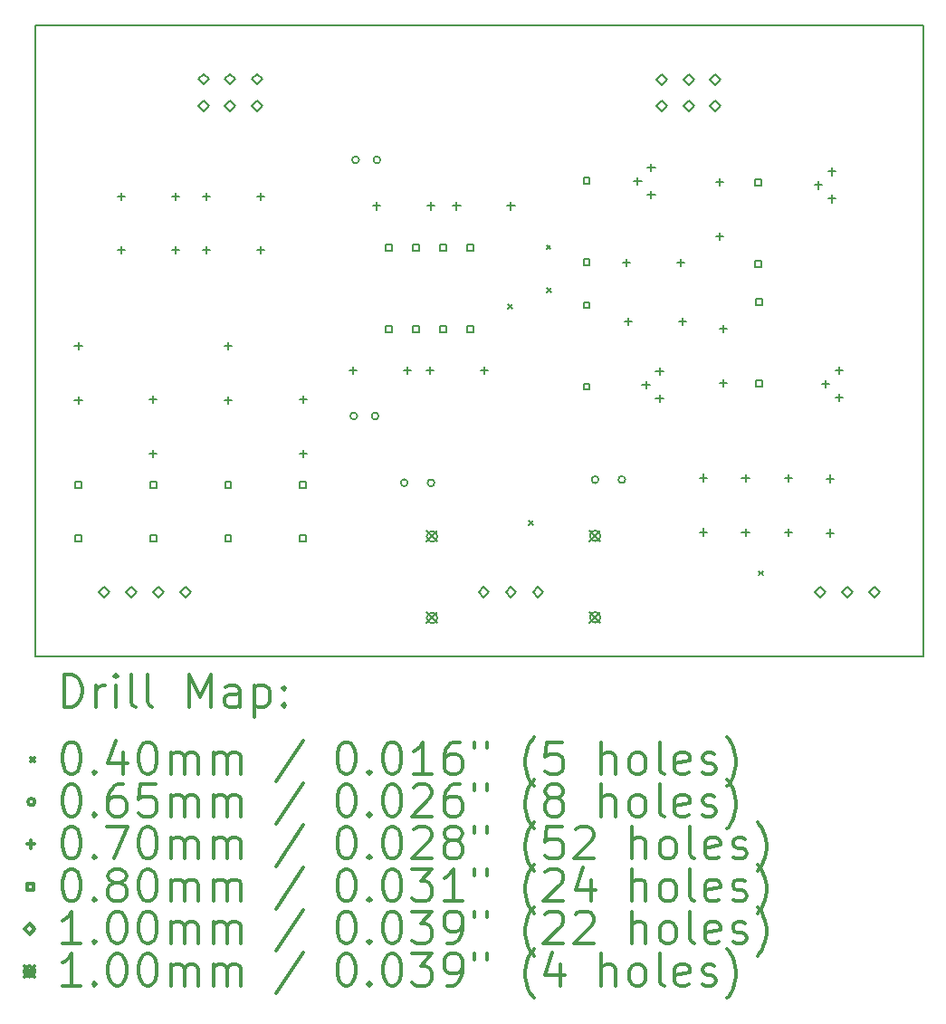
<source format=gbr>
%FSLAX45Y45*%
G04 Gerber Fmt 4.5, Leading zero omitted, Abs format (unit mm)*
G04 Created by KiCad (PCBNEW 4.0.7) date Sunday 08 October 2017 21:17:22*
%MOMM*%
%LPD*%
G01*
G04 APERTURE LIST*
%ADD10C,0.127000*%
%ADD11C,0.150000*%
%ADD12C,0.200000*%
%ADD13C,0.300000*%
G04 APERTURE END LIST*
D10*
D11*
X9600000Y-10400000D02*
X9600000Y-4500000D01*
X9600000Y-4500000D02*
X17900000Y-4500000D01*
X17900000Y-10400000D02*
X9600000Y-10400000D01*
X17900000Y-4500000D02*
X17900000Y-10400000D01*
D12*
X14015000Y-7112500D02*
X14055000Y-7152500D01*
X14055000Y-7112500D02*
X14015000Y-7152500D01*
X14212500Y-9132500D02*
X14252500Y-9172500D01*
X14252500Y-9132500D02*
X14212500Y-9172500D01*
X14377500Y-6555000D02*
X14417500Y-6595000D01*
X14417500Y-6555000D02*
X14377500Y-6595000D01*
X14382500Y-6957500D02*
X14422500Y-6997500D01*
X14422500Y-6957500D02*
X14382500Y-6997500D01*
X16360000Y-9605000D02*
X16400000Y-9645000D01*
X16400000Y-9605000D02*
X16360000Y-9645000D01*
X12607500Y-8155000D02*
G75*
G03X12607500Y-8155000I-32500J0D01*
G01*
X12625000Y-5760000D02*
G75*
G03X12625000Y-5760000I-32500J0D01*
G01*
X12807500Y-8155000D02*
G75*
G03X12807500Y-8155000I-32500J0D01*
G01*
X12825000Y-5760000D02*
G75*
G03X12825000Y-5760000I-32500J0D01*
G01*
X13080000Y-8780000D02*
G75*
G03X13080000Y-8780000I-32500J0D01*
G01*
X13330000Y-8780000D02*
G75*
G03X13330000Y-8780000I-32500J0D01*
G01*
X14865000Y-8750000D02*
G75*
G03X14865000Y-8750000I-32500J0D01*
G01*
X15115000Y-8750000D02*
G75*
G03X15115000Y-8750000I-32500J0D01*
G01*
X10000000Y-7465000D02*
X10000000Y-7535000D01*
X9965000Y-7500000D02*
X10035000Y-7500000D01*
X10000000Y-7973000D02*
X10000000Y-8043000D01*
X9965000Y-8008000D02*
X10035000Y-8008000D01*
X10400000Y-6065000D02*
X10400000Y-6135000D01*
X10365000Y-6100000D02*
X10435000Y-6100000D01*
X10400000Y-6565000D02*
X10400000Y-6635000D01*
X10365000Y-6600000D02*
X10435000Y-6600000D01*
X10700000Y-7965000D02*
X10700000Y-8035000D01*
X10665000Y-8000000D02*
X10735000Y-8000000D01*
X10700000Y-8473000D02*
X10700000Y-8543000D01*
X10665000Y-8508000D02*
X10735000Y-8508000D01*
X10908000Y-6065000D02*
X10908000Y-6135000D01*
X10873000Y-6100000D02*
X10943000Y-6100000D01*
X10908000Y-6565000D02*
X10908000Y-6635000D01*
X10873000Y-6600000D02*
X10943000Y-6600000D01*
X11200000Y-6065000D02*
X11200000Y-6135000D01*
X11165000Y-6100000D02*
X11235000Y-6100000D01*
X11200000Y-6565000D02*
X11200000Y-6635000D01*
X11165000Y-6600000D02*
X11235000Y-6600000D01*
X11400000Y-7465000D02*
X11400000Y-7535000D01*
X11365000Y-7500000D02*
X11435000Y-7500000D01*
X11400000Y-7973000D02*
X11400000Y-8043000D01*
X11365000Y-8008000D02*
X11435000Y-8008000D01*
X11708000Y-6065000D02*
X11708000Y-6135000D01*
X11673000Y-6100000D02*
X11743000Y-6100000D01*
X11708000Y-6565000D02*
X11708000Y-6635000D01*
X11673000Y-6600000D02*
X11743000Y-6600000D01*
X12100000Y-7965000D02*
X12100000Y-8035000D01*
X12065000Y-8000000D02*
X12135000Y-8000000D01*
X12100000Y-8473000D02*
X12100000Y-8543000D01*
X12065000Y-8508000D02*
X12135000Y-8508000D01*
X12567500Y-7692500D02*
X12567500Y-7762500D01*
X12532500Y-7727500D02*
X12602500Y-7727500D01*
X12790000Y-6155000D02*
X12790000Y-6225000D01*
X12755000Y-6190000D02*
X12825000Y-6190000D01*
X13075500Y-7692500D02*
X13075500Y-7762500D01*
X13040500Y-7727500D02*
X13110500Y-7727500D01*
X13287500Y-7690000D02*
X13287500Y-7760000D01*
X13252500Y-7725000D02*
X13322500Y-7725000D01*
X13298000Y-6155000D02*
X13298000Y-6225000D01*
X13263000Y-6190000D02*
X13333000Y-6190000D01*
X13537500Y-6155000D02*
X13537500Y-6225000D01*
X13502500Y-6190000D02*
X13572500Y-6190000D01*
X13795500Y-7690000D02*
X13795500Y-7760000D01*
X13760500Y-7725000D02*
X13830500Y-7725000D01*
X14045500Y-6155000D02*
X14045500Y-6225000D01*
X14010500Y-6190000D02*
X14080500Y-6190000D01*
X15122500Y-6682500D02*
X15122500Y-6752500D01*
X15087500Y-6717500D02*
X15157500Y-6717500D01*
X15144500Y-7232500D02*
X15144500Y-7302500D01*
X15109500Y-7267500D02*
X15179500Y-7267500D01*
X15230500Y-5925500D02*
X15230500Y-5995500D01*
X15195500Y-5960500D02*
X15265500Y-5960500D01*
X15308000Y-7829500D02*
X15308000Y-7899500D01*
X15273000Y-7864500D02*
X15343000Y-7864500D01*
X15357500Y-5798500D02*
X15357500Y-5868500D01*
X15322500Y-5833500D02*
X15392500Y-5833500D01*
X15357500Y-6052500D02*
X15357500Y-6122500D01*
X15322500Y-6087500D02*
X15392500Y-6087500D01*
X15435000Y-7702500D02*
X15435000Y-7772500D01*
X15400000Y-7737500D02*
X15470000Y-7737500D01*
X15435000Y-7956500D02*
X15435000Y-8026500D01*
X15400000Y-7991500D02*
X15470000Y-7991500D01*
X15630500Y-6682500D02*
X15630500Y-6752500D01*
X15595500Y-6717500D02*
X15665500Y-6717500D01*
X15652500Y-7232500D02*
X15652500Y-7302500D01*
X15617500Y-7267500D02*
X15687500Y-7267500D01*
X15845000Y-8697000D02*
X15845000Y-8767000D01*
X15810000Y-8732000D02*
X15880000Y-8732000D01*
X15845000Y-9205000D02*
X15845000Y-9275000D01*
X15810000Y-9240000D02*
X15880000Y-9240000D01*
X15997500Y-5930000D02*
X15997500Y-6000000D01*
X15962500Y-5965000D02*
X16032500Y-5965000D01*
X15997500Y-6438000D02*
X15997500Y-6508000D01*
X15962500Y-6473000D02*
X16032500Y-6473000D01*
X16032500Y-7302000D02*
X16032500Y-7372000D01*
X15997500Y-7337000D02*
X16067500Y-7337000D01*
X16032500Y-7810000D02*
X16032500Y-7880000D01*
X15997500Y-7845000D02*
X16067500Y-7845000D01*
X16240000Y-8697500D02*
X16240000Y-8767500D01*
X16205000Y-8732500D02*
X16275000Y-8732500D01*
X16240000Y-9205500D02*
X16240000Y-9275500D01*
X16205000Y-9240500D02*
X16275000Y-9240500D01*
X16640000Y-8700000D02*
X16640000Y-8770000D01*
X16605000Y-8735000D02*
X16675000Y-8735000D01*
X16640000Y-9208000D02*
X16640000Y-9278000D01*
X16605000Y-9243000D02*
X16675000Y-9243000D01*
X16923000Y-5960500D02*
X16923000Y-6030500D01*
X16888000Y-5995500D02*
X16958000Y-5995500D01*
X16990500Y-7818000D02*
X16990500Y-7888000D01*
X16955500Y-7853000D02*
X17025500Y-7853000D01*
X17032500Y-8704500D02*
X17032500Y-8774500D01*
X16997500Y-8739500D02*
X17067500Y-8739500D01*
X17032500Y-9212500D02*
X17032500Y-9282500D01*
X16997500Y-9247500D02*
X17067500Y-9247500D01*
X17050000Y-5833500D02*
X17050000Y-5903500D01*
X17015000Y-5868500D02*
X17085000Y-5868500D01*
X17050000Y-6087500D02*
X17050000Y-6157500D01*
X17015000Y-6122500D02*
X17085000Y-6122500D01*
X17117500Y-7691000D02*
X17117500Y-7761000D01*
X17082500Y-7726000D02*
X17152500Y-7726000D01*
X17117500Y-7945000D02*
X17117500Y-8015000D01*
X17082500Y-7980000D02*
X17152500Y-7980000D01*
X10028285Y-8828285D02*
X10028285Y-8771716D01*
X9971716Y-8771716D01*
X9971716Y-8828285D01*
X10028285Y-8828285D01*
X10028285Y-9328285D02*
X10028285Y-9271716D01*
X9971716Y-9271716D01*
X9971716Y-9328285D01*
X10028285Y-9328285D01*
X10728285Y-8828285D02*
X10728285Y-8771716D01*
X10671716Y-8771716D01*
X10671716Y-8828285D01*
X10728285Y-8828285D01*
X10728285Y-9328285D02*
X10728285Y-9271716D01*
X10671716Y-9271716D01*
X10671716Y-9328285D01*
X10728285Y-9328285D01*
X11428284Y-8828285D02*
X11428284Y-8771716D01*
X11371715Y-8771716D01*
X11371715Y-8828285D01*
X11428284Y-8828285D01*
X11428284Y-9328285D02*
X11428284Y-9271716D01*
X11371715Y-9271716D01*
X11371715Y-9328285D01*
X11428284Y-9328285D01*
X12128284Y-8828285D02*
X12128284Y-8771716D01*
X12071715Y-8771716D01*
X12071715Y-8828285D01*
X12128284Y-8828285D01*
X12128284Y-9328285D02*
X12128284Y-9271716D01*
X12071715Y-9271716D01*
X12071715Y-9328285D01*
X12128284Y-9328285D01*
X12928784Y-6611284D02*
X12928784Y-6554715D01*
X12872215Y-6554715D01*
X12872215Y-6611284D01*
X12928784Y-6611284D01*
X12928784Y-7373284D02*
X12928784Y-7316715D01*
X12872215Y-7316715D01*
X12872215Y-7373284D01*
X12928784Y-7373284D01*
X13182784Y-6611284D02*
X13182784Y-6554715D01*
X13126215Y-6554715D01*
X13126215Y-6611284D01*
X13182784Y-6611284D01*
X13182784Y-7373284D02*
X13182784Y-7316715D01*
X13126215Y-7316715D01*
X13126215Y-7373284D01*
X13182784Y-7373284D01*
X13436784Y-6611284D02*
X13436784Y-6554715D01*
X13380215Y-6554715D01*
X13380215Y-6611284D01*
X13436784Y-6611284D01*
X13436784Y-7373284D02*
X13436784Y-7316715D01*
X13380215Y-7316715D01*
X13380215Y-7373284D01*
X13436784Y-7373284D01*
X13690784Y-6611284D02*
X13690784Y-6554715D01*
X13634215Y-6554715D01*
X13634215Y-6611284D01*
X13690784Y-6611284D01*
X13690784Y-7373284D02*
X13690784Y-7316715D01*
X13634215Y-7316715D01*
X13634215Y-7373284D01*
X13690784Y-7373284D01*
X14780784Y-5983784D02*
X14780784Y-5927215D01*
X14724215Y-5927215D01*
X14724215Y-5983784D01*
X14780784Y-5983784D01*
X14780784Y-6745784D02*
X14780784Y-6689215D01*
X14724215Y-6689215D01*
X14724215Y-6745784D01*
X14780784Y-6745784D01*
X14780784Y-7146284D02*
X14780784Y-7089715D01*
X14724215Y-7089715D01*
X14724215Y-7146284D01*
X14780784Y-7146284D01*
X14780784Y-7908284D02*
X14780784Y-7851715D01*
X14724215Y-7851715D01*
X14724215Y-7908284D01*
X14780784Y-7908284D01*
X16388284Y-5998284D02*
X16388284Y-5941715D01*
X16331715Y-5941715D01*
X16331715Y-5998284D01*
X16388284Y-5998284D01*
X16388284Y-6760284D02*
X16388284Y-6703715D01*
X16331715Y-6703715D01*
X16331715Y-6760284D01*
X16388284Y-6760284D01*
X16395784Y-7115784D02*
X16395784Y-7059215D01*
X16339215Y-7059215D01*
X16339215Y-7115784D01*
X16395784Y-7115784D01*
X16395784Y-7877784D02*
X16395784Y-7821215D01*
X16339215Y-7821215D01*
X16339215Y-7877784D01*
X16395784Y-7877784D01*
X10238000Y-9850000D02*
X10288000Y-9800000D01*
X10238000Y-9750000D01*
X10188000Y-9800000D01*
X10238000Y-9850000D01*
X10492000Y-9850000D02*
X10542000Y-9800000D01*
X10492000Y-9750000D01*
X10442000Y-9800000D01*
X10492000Y-9850000D01*
X10746000Y-9850000D02*
X10796000Y-9800000D01*
X10746000Y-9750000D01*
X10696000Y-9800000D01*
X10746000Y-9850000D01*
X11000000Y-9850000D02*
X11050000Y-9800000D01*
X11000000Y-9750000D01*
X10950000Y-9800000D01*
X11000000Y-9850000D01*
X11170000Y-5055000D02*
X11220000Y-5005000D01*
X11170000Y-4955000D01*
X11120000Y-5005000D01*
X11170000Y-5055000D01*
X11170000Y-5305000D02*
X11220000Y-5255000D01*
X11170000Y-5205000D01*
X11120000Y-5255000D01*
X11170000Y-5305000D01*
X11420000Y-5055000D02*
X11470000Y-5005000D01*
X11420000Y-4955000D01*
X11370000Y-5005000D01*
X11420000Y-5055000D01*
X11420000Y-5305000D02*
X11470000Y-5255000D01*
X11420000Y-5205000D01*
X11370000Y-5255000D01*
X11420000Y-5305000D01*
X11670000Y-5055000D02*
X11720000Y-5005000D01*
X11670000Y-4955000D01*
X11620000Y-5005000D01*
X11670000Y-5055000D01*
X11670000Y-5305000D02*
X11720000Y-5255000D01*
X11670000Y-5205000D01*
X11620000Y-5255000D01*
X11670000Y-5305000D01*
X13792000Y-9850000D02*
X13842000Y-9800000D01*
X13792000Y-9750000D01*
X13742000Y-9800000D01*
X13792000Y-9850000D01*
X14046000Y-9850000D02*
X14096000Y-9800000D01*
X14046000Y-9750000D01*
X13996000Y-9800000D01*
X14046000Y-9850000D01*
X14300000Y-9850000D02*
X14350000Y-9800000D01*
X14300000Y-9750000D01*
X14250000Y-9800000D01*
X14300000Y-9850000D01*
X15457500Y-5057500D02*
X15507500Y-5007500D01*
X15457500Y-4957500D01*
X15407500Y-5007500D01*
X15457500Y-5057500D01*
X15457500Y-5307500D02*
X15507500Y-5257500D01*
X15457500Y-5207500D01*
X15407500Y-5257500D01*
X15457500Y-5307500D01*
X15707500Y-5057500D02*
X15757500Y-5007500D01*
X15707500Y-4957500D01*
X15657500Y-5007500D01*
X15707500Y-5057500D01*
X15707500Y-5307500D02*
X15757500Y-5257500D01*
X15707500Y-5207500D01*
X15657500Y-5257500D01*
X15707500Y-5307500D01*
X15957500Y-5057500D02*
X16007500Y-5007500D01*
X15957500Y-4957500D01*
X15907500Y-5007500D01*
X15957500Y-5057500D01*
X15957500Y-5307500D02*
X16007500Y-5257500D01*
X15957500Y-5207500D01*
X15907500Y-5257500D01*
X15957500Y-5307500D01*
X16934500Y-9850000D02*
X16984500Y-9800000D01*
X16934500Y-9750000D01*
X16884500Y-9800000D01*
X16934500Y-9850000D01*
X17188500Y-9850000D02*
X17238500Y-9800000D01*
X17188500Y-9750000D01*
X17138500Y-9800000D01*
X17188500Y-9850000D01*
X17442500Y-9850000D02*
X17492500Y-9800000D01*
X17442500Y-9750000D01*
X17392500Y-9800000D01*
X17442500Y-9850000D01*
X13257462Y-9230462D02*
X13357538Y-9330538D01*
X13357538Y-9230462D02*
X13257462Y-9330538D01*
X13357538Y-9280500D02*
G75*
G03X13357538Y-9280500I-50038J0D01*
G01*
X13257462Y-9992462D02*
X13357538Y-10092538D01*
X13357538Y-9992462D02*
X13257462Y-10092538D01*
X13357538Y-10042500D02*
G75*
G03X13357538Y-10042500I-50038J0D01*
G01*
X14782462Y-9225462D02*
X14882538Y-9325538D01*
X14882538Y-9225462D02*
X14782462Y-9325538D01*
X14882538Y-9275500D02*
G75*
G03X14882538Y-9275500I-50038J0D01*
G01*
X14782462Y-9987462D02*
X14882538Y-10087538D01*
X14882538Y-9987462D02*
X14782462Y-10087538D01*
X14882538Y-10037500D02*
G75*
G03X14882538Y-10037500I-50038J0D01*
G01*
D13*
X9863929Y-10873214D02*
X9863929Y-10573214D01*
X9935357Y-10573214D01*
X9978214Y-10587500D01*
X10006786Y-10616072D01*
X10021071Y-10644643D01*
X10035357Y-10701786D01*
X10035357Y-10744643D01*
X10021071Y-10801786D01*
X10006786Y-10830357D01*
X9978214Y-10858929D01*
X9935357Y-10873214D01*
X9863929Y-10873214D01*
X10163929Y-10873214D02*
X10163929Y-10673214D01*
X10163929Y-10730357D02*
X10178214Y-10701786D01*
X10192500Y-10687500D01*
X10221071Y-10673214D01*
X10249643Y-10673214D01*
X10349643Y-10873214D02*
X10349643Y-10673214D01*
X10349643Y-10573214D02*
X10335357Y-10587500D01*
X10349643Y-10601786D01*
X10363929Y-10587500D01*
X10349643Y-10573214D01*
X10349643Y-10601786D01*
X10535357Y-10873214D02*
X10506786Y-10858929D01*
X10492500Y-10830357D01*
X10492500Y-10573214D01*
X10692500Y-10873214D02*
X10663929Y-10858929D01*
X10649643Y-10830357D01*
X10649643Y-10573214D01*
X11035357Y-10873214D02*
X11035357Y-10573214D01*
X11135357Y-10787500D01*
X11235357Y-10573214D01*
X11235357Y-10873214D01*
X11506786Y-10873214D02*
X11506786Y-10716072D01*
X11492500Y-10687500D01*
X11463928Y-10673214D01*
X11406786Y-10673214D01*
X11378214Y-10687500D01*
X11506786Y-10858929D02*
X11478214Y-10873214D01*
X11406786Y-10873214D01*
X11378214Y-10858929D01*
X11363928Y-10830357D01*
X11363928Y-10801786D01*
X11378214Y-10773214D01*
X11406786Y-10758929D01*
X11478214Y-10758929D01*
X11506786Y-10744643D01*
X11649643Y-10673214D02*
X11649643Y-10973214D01*
X11649643Y-10687500D02*
X11678214Y-10673214D01*
X11735357Y-10673214D01*
X11763928Y-10687500D01*
X11778214Y-10701786D01*
X11792500Y-10730357D01*
X11792500Y-10816072D01*
X11778214Y-10844643D01*
X11763928Y-10858929D01*
X11735357Y-10873214D01*
X11678214Y-10873214D01*
X11649643Y-10858929D01*
X11921071Y-10844643D02*
X11935357Y-10858929D01*
X11921071Y-10873214D01*
X11906786Y-10858929D01*
X11921071Y-10844643D01*
X11921071Y-10873214D01*
X11921071Y-10687500D02*
X11935357Y-10701786D01*
X11921071Y-10716072D01*
X11906786Y-10701786D01*
X11921071Y-10687500D01*
X11921071Y-10716072D01*
X9552500Y-11347500D02*
X9592500Y-11387500D01*
X9592500Y-11347500D02*
X9552500Y-11387500D01*
X9921071Y-11203214D02*
X9949643Y-11203214D01*
X9978214Y-11217500D01*
X9992500Y-11231786D01*
X10006786Y-11260357D01*
X10021071Y-11317500D01*
X10021071Y-11388929D01*
X10006786Y-11446071D01*
X9992500Y-11474643D01*
X9978214Y-11488929D01*
X9949643Y-11503214D01*
X9921071Y-11503214D01*
X9892500Y-11488929D01*
X9878214Y-11474643D01*
X9863929Y-11446071D01*
X9849643Y-11388929D01*
X9849643Y-11317500D01*
X9863929Y-11260357D01*
X9878214Y-11231786D01*
X9892500Y-11217500D01*
X9921071Y-11203214D01*
X10149643Y-11474643D02*
X10163929Y-11488929D01*
X10149643Y-11503214D01*
X10135357Y-11488929D01*
X10149643Y-11474643D01*
X10149643Y-11503214D01*
X10421071Y-11303214D02*
X10421071Y-11503214D01*
X10349643Y-11188929D02*
X10278214Y-11403214D01*
X10463928Y-11403214D01*
X10635357Y-11203214D02*
X10663929Y-11203214D01*
X10692500Y-11217500D01*
X10706786Y-11231786D01*
X10721071Y-11260357D01*
X10735357Y-11317500D01*
X10735357Y-11388929D01*
X10721071Y-11446071D01*
X10706786Y-11474643D01*
X10692500Y-11488929D01*
X10663929Y-11503214D01*
X10635357Y-11503214D01*
X10606786Y-11488929D01*
X10592500Y-11474643D01*
X10578214Y-11446071D01*
X10563929Y-11388929D01*
X10563929Y-11317500D01*
X10578214Y-11260357D01*
X10592500Y-11231786D01*
X10606786Y-11217500D01*
X10635357Y-11203214D01*
X10863929Y-11503214D02*
X10863929Y-11303214D01*
X10863929Y-11331786D02*
X10878214Y-11317500D01*
X10906786Y-11303214D01*
X10949643Y-11303214D01*
X10978214Y-11317500D01*
X10992500Y-11346071D01*
X10992500Y-11503214D01*
X10992500Y-11346071D02*
X11006786Y-11317500D01*
X11035357Y-11303214D01*
X11078214Y-11303214D01*
X11106786Y-11317500D01*
X11121071Y-11346071D01*
X11121071Y-11503214D01*
X11263928Y-11503214D02*
X11263928Y-11303214D01*
X11263928Y-11331786D02*
X11278214Y-11317500D01*
X11306786Y-11303214D01*
X11349643Y-11303214D01*
X11378214Y-11317500D01*
X11392500Y-11346071D01*
X11392500Y-11503214D01*
X11392500Y-11346071D02*
X11406786Y-11317500D01*
X11435357Y-11303214D01*
X11478214Y-11303214D01*
X11506786Y-11317500D01*
X11521071Y-11346071D01*
X11521071Y-11503214D01*
X12106786Y-11188929D02*
X11849643Y-11574643D01*
X12492500Y-11203214D02*
X12521071Y-11203214D01*
X12549643Y-11217500D01*
X12563928Y-11231786D01*
X12578214Y-11260357D01*
X12592500Y-11317500D01*
X12592500Y-11388929D01*
X12578214Y-11446071D01*
X12563928Y-11474643D01*
X12549643Y-11488929D01*
X12521071Y-11503214D01*
X12492500Y-11503214D01*
X12463928Y-11488929D01*
X12449643Y-11474643D01*
X12435357Y-11446071D01*
X12421071Y-11388929D01*
X12421071Y-11317500D01*
X12435357Y-11260357D01*
X12449643Y-11231786D01*
X12463928Y-11217500D01*
X12492500Y-11203214D01*
X12721071Y-11474643D02*
X12735357Y-11488929D01*
X12721071Y-11503214D01*
X12706786Y-11488929D01*
X12721071Y-11474643D01*
X12721071Y-11503214D01*
X12921071Y-11203214D02*
X12949643Y-11203214D01*
X12978214Y-11217500D01*
X12992500Y-11231786D01*
X13006785Y-11260357D01*
X13021071Y-11317500D01*
X13021071Y-11388929D01*
X13006785Y-11446071D01*
X12992500Y-11474643D01*
X12978214Y-11488929D01*
X12949643Y-11503214D01*
X12921071Y-11503214D01*
X12892500Y-11488929D01*
X12878214Y-11474643D01*
X12863928Y-11446071D01*
X12849643Y-11388929D01*
X12849643Y-11317500D01*
X12863928Y-11260357D01*
X12878214Y-11231786D01*
X12892500Y-11217500D01*
X12921071Y-11203214D01*
X13306785Y-11503214D02*
X13135357Y-11503214D01*
X13221071Y-11503214D02*
X13221071Y-11203214D01*
X13192500Y-11246071D01*
X13163928Y-11274643D01*
X13135357Y-11288929D01*
X13563928Y-11203214D02*
X13506785Y-11203214D01*
X13478214Y-11217500D01*
X13463928Y-11231786D01*
X13435357Y-11274643D01*
X13421071Y-11331786D01*
X13421071Y-11446071D01*
X13435357Y-11474643D01*
X13449643Y-11488929D01*
X13478214Y-11503214D01*
X13535357Y-11503214D01*
X13563928Y-11488929D01*
X13578214Y-11474643D01*
X13592500Y-11446071D01*
X13592500Y-11374643D01*
X13578214Y-11346071D01*
X13563928Y-11331786D01*
X13535357Y-11317500D01*
X13478214Y-11317500D01*
X13449643Y-11331786D01*
X13435357Y-11346071D01*
X13421071Y-11374643D01*
X13706786Y-11203214D02*
X13706786Y-11260357D01*
X13821071Y-11203214D02*
X13821071Y-11260357D01*
X14263928Y-11617500D02*
X14249643Y-11603214D01*
X14221071Y-11560357D01*
X14206785Y-11531786D01*
X14192500Y-11488929D01*
X14178214Y-11417500D01*
X14178214Y-11360357D01*
X14192500Y-11288929D01*
X14206785Y-11246071D01*
X14221071Y-11217500D01*
X14249643Y-11174643D01*
X14263928Y-11160357D01*
X14521071Y-11203214D02*
X14378214Y-11203214D01*
X14363928Y-11346071D01*
X14378214Y-11331786D01*
X14406785Y-11317500D01*
X14478214Y-11317500D01*
X14506785Y-11331786D01*
X14521071Y-11346071D01*
X14535357Y-11374643D01*
X14535357Y-11446071D01*
X14521071Y-11474643D01*
X14506785Y-11488929D01*
X14478214Y-11503214D01*
X14406785Y-11503214D01*
X14378214Y-11488929D01*
X14363928Y-11474643D01*
X14892500Y-11503214D02*
X14892500Y-11203214D01*
X15021071Y-11503214D02*
X15021071Y-11346071D01*
X15006785Y-11317500D01*
X14978214Y-11303214D01*
X14935357Y-11303214D01*
X14906785Y-11317500D01*
X14892500Y-11331786D01*
X15206785Y-11503214D02*
X15178214Y-11488929D01*
X15163928Y-11474643D01*
X15149643Y-11446071D01*
X15149643Y-11360357D01*
X15163928Y-11331786D01*
X15178214Y-11317500D01*
X15206785Y-11303214D01*
X15249643Y-11303214D01*
X15278214Y-11317500D01*
X15292500Y-11331786D01*
X15306785Y-11360357D01*
X15306785Y-11446071D01*
X15292500Y-11474643D01*
X15278214Y-11488929D01*
X15249643Y-11503214D01*
X15206785Y-11503214D01*
X15478214Y-11503214D02*
X15449643Y-11488929D01*
X15435357Y-11460357D01*
X15435357Y-11203214D01*
X15706786Y-11488929D02*
X15678214Y-11503214D01*
X15621071Y-11503214D01*
X15592500Y-11488929D01*
X15578214Y-11460357D01*
X15578214Y-11346071D01*
X15592500Y-11317500D01*
X15621071Y-11303214D01*
X15678214Y-11303214D01*
X15706786Y-11317500D01*
X15721071Y-11346071D01*
X15721071Y-11374643D01*
X15578214Y-11403214D01*
X15835357Y-11488929D02*
X15863928Y-11503214D01*
X15921071Y-11503214D01*
X15949643Y-11488929D01*
X15963928Y-11460357D01*
X15963928Y-11446071D01*
X15949643Y-11417500D01*
X15921071Y-11403214D01*
X15878214Y-11403214D01*
X15849643Y-11388929D01*
X15835357Y-11360357D01*
X15835357Y-11346071D01*
X15849643Y-11317500D01*
X15878214Y-11303214D01*
X15921071Y-11303214D01*
X15949643Y-11317500D01*
X16063928Y-11617500D02*
X16078214Y-11603214D01*
X16106786Y-11560357D01*
X16121071Y-11531786D01*
X16135357Y-11488929D01*
X16149643Y-11417500D01*
X16149643Y-11360357D01*
X16135357Y-11288929D01*
X16121071Y-11246071D01*
X16106786Y-11217500D01*
X16078214Y-11174643D01*
X16063928Y-11160357D01*
X9592500Y-11763500D02*
G75*
G03X9592500Y-11763500I-32500J0D01*
G01*
X9921071Y-11599214D02*
X9949643Y-11599214D01*
X9978214Y-11613500D01*
X9992500Y-11627786D01*
X10006786Y-11656357D01*
X10021071Y-11713500D01*
X10021071Y-11784929D01*
X10006786Y-11842071D01*
X9992500Y-11870643D01*
X9978214Y-11884929D01*
X9949643Y-11899214D01*
X9921071Y-11899214D01*
X9892500Y-11884929D01*
X9878214Y-11870643D01*
X9863929Y-11842071D01*
X9849643Y-11784929D01*
X9849643Y-11713500D01*
X9863929Y-11656357D01*
X9878214Y-11627786D01*
X9892500Y-11613500D01*
X9921071Y-11599214D01*
X10149643Y-11870643D02*
X10163929Y-11884929D01*
X10149643Y-11899214D01*
X10135357Y-11884929D01*
X10149643Y-11870643D01*
X10149643Y-11899214D01*
X10421071Y-11599214D02*
X10363928Y-11599214D01*
X10335357Y-11613500D01*
X10321071Y-11627786D01*
X10292500Y-11670643D01*
X10278214Y-11727786D01*
X10278214Y-11842071D01*
X10292500Y-11870643D01*
X10306786Y-11884929D01*
X10335357Y-11899214D01*
X10392500Y-11899214D01*
X10421071Y-11884929D01*
X10435357Y-11870643D01*
X10449643Y-11842071D01*
X10449643Y-11770643D01*
X10435357Y-11742071D01*
X10421071Y-11727786D01*
X10392500Y-11713500D01*
X10335357Y-11713500D01*
X10306786Y-11727786D01*
X10292500Y-11742071D01*
X10278214Y-11770643D01*
X10721071Y-11599214D02*
X10578214Y-11599214D01*
X10563929Y-11742071D01*
X10578214Y-11727786D01*
X10606786Y-11713500D01*
X10678214Y-11713500D01*
X10706786Y-11727786D01*
X10721071Y-11742071D01*
X10735357Y-11770643D01*
X10735357Y-11842071D01*
X10721071Y-11870643D01*
X10706786Y-11884929D01*
X10678214Y-11899214D01*
X10606786Y-11899214D01*
X10578214Y-11884929D01*
X10563929Y-11870643D01*
X10863929Y-11899214D02*
X10863929Y-11699214D01*
X10863929Y-11727786D02*
X10878214Y-11713500D01*
X10906786Y-11699214D01*
X10949643Y-11699214D01*
X10978214Y-11713500D01*
X10992500Y-11742071D01*
X10992500Y-11899214D01*
X10992500Y-11742071D02*
X11006786Y-11713500D01*
X11035357Y-11699214D01*
X11078214Y-11699214D01*
X11106786Y-11713500D01*
X11121071Y-11742071D01*
X11121071Y-11899214D01*
X11263928Y-11899214D02*
X11263928Y-11699214D01*
X11263928Y-11727786D02*
X11278214Y-11713500D01*
X11306786Y-11699214D01*
X11349643Y-11699214D01*
X11378214Y-11713500D01*
X11392500Y-11742071D01*
X11392500Y-11899214D01*
X11392500Y-11742071D02*
X11406786Y-11713500D01*
X11435357Y-11699214D01*
X11478214Y-11699214D01*
X11506786Y-11713500D01*
X11521071Y-11742071D01*
X11521071Y-11899214D01*
X12106786Y-11584929D02*
X11849643Y-11970643D01*
X12492500Y-11599214D02*
X12521071Y-11599214D01*
X12549643Y-11613500D01*
X12563928Y-11627786D01*
X12578214Y-11656357D01*
X12592500Y-11713500D01*
X12592500Y-11784929D01*
X12578214Y-11842071D01*
X12563928Y-11870643D01*
X12549643Y-11884929D01*
X12521071Y-11899214D01*
X12492500Y-11899214D01*
X12463928Y-11884929D01*
X12449643Y-11870643D01*
X12435357Y-11842071D01*
X12421071Y-11784929D01*
X12421071Y-11713500D01*
X12435357Y-11656357D01*
X12449643Y-11627786D01*
X12463928Y-11613500D01*
X12492500Y-11599214D01*
X12721071Y-11870643D02*
X12735357Y-11884929D01*
X12721071Y-11899214D01*
X12706786Y-11884929D01*
X12721071Y-11870643D01*
X12721071Y-11899214D01*
X12921071Y-11599214D02*
X12949643Y-11599214D01*
X12978214Y-11613500D01*
X12992500Y-11627786D01*
X13006785Y-11656357D01*
X13021071Y-11713500D01*
X13021071Y-11784929D01*
X13006785Y-11842071D01*
X12992500Y-11870643D01*
X12978214Y-11884929D01*
X12949643Y-11899214D01*
X12921071Y-11899214D01*
X12892500Y-11884929D01*
X12878214Y-11870643D01*
X12863928Y-11842071D01*
X12849643Y-11784929D01*
X12849643Y-11713500D01*
X12863928Y-11656357D01*
X12878214Y-11627786D01*
X12892500Y-11613500D01*
X12921071Y-11599214D01*
X13135357Y-11627786D02*
X13149643Y-11613500D01*
X13178214Y-11599214D01*
X13249643Y-11599214D01*
X13278214Y-11613500D01*
X13292500Y-11627786D01*
X13306785Y-11656357D01*
X13306785Y-11684929D01*
X13292500Y-11727786D01*
X13121071Y-11899214D01*
X13306785Y-11899214D01*
X13563928Y-11599214D02*
X13506785Y-11599214D01*
X13478214Y-11613500D01*
X13463928Y-11627786D01*
X13435357Y-11670643D01*
X13421071Y-11727786D01*
X13421071Y-11842071D01*
X13435357Y-11870643D01*
X13449643Y-11884929D01*
X13478214Y-11899214D01*
X13535357Y-11899214D01*
X13563928Y-11884929D01*
X13578214Y-11870643D01*
X13592500Y-11842071D01*
X13592500Y-11770643D01*
X13578214Y-11742071D01*
X13563928Y-11727786D01*
X13535357Y-11713500D01*
X13478214Y-11713500D01*
X13449643Y-11727786D01*
X13435357Y-11742071D01*
X13421071Y-11770643D01*
X13706786Y-11599214D02*
X13706786Y-11656357D01*
X13821071Y-11599214D02*
X13821071Y-11656357D01*
X14263928Y-12013500D02*
X14249643Y-11999214D01*
X14221071Y-11956357D01*
X14206785Y-11927786D01*
X14192500Y-11884929D01*
X14178214Y-11813500D01*
X14178214Y-11756357D01*
X14192500Y-11684929D01*
X14206785Y-11642071D01*
X14221071Y-11613500D01*
X14249643Y-11570643D01*
X14263928Y-11556357D01*
X14421071Y-11727786D02*
X14392500Y-11713500D01*
X14378214Y-11699214D01*
X14363928Y-11670643D01*
X14363928Y-11656357D01*
X14378214Y-11627786D01*
X14392500Y-11613500D01*
X14421071Y-11599214D01*
X14478214Y-11599214D01*
X14506785Y-11613500D01*
X14521071Y-11627786D01*
X14535357Y-11656357D01*
X14535357Y-11670643D01*
X14521071Y-11699214D01*
X14506785Y-11713500D01*
X14478214Y-11727786D01*
X14421071Y-11727786D01*
X14392500Y-11742071D01*
X14378214Y-11756357D01*
X14363928Y-11784929D01*
X14363928Y-11842071D01*
X14378214Y-11870643D01*
X14392500Y-11884929D01*
X14421071Y-11899214D01*
X14478214Y-11899214D01*
X14506785Y-11884929D01*
X14521071Y-11870643D01*
X14535357Y-11842071D01*
X14535357Y-11784929D01*
X14521071Y-11756357D01*
X14506785Y-11742071D01*
X14478214Y-11727786D01*
X14892500Y-11899214D02*
X14892500Y-11599214D01*
X15021071Y-11899214D02*
X15021071Y-11742071D01*
X15006785Y-11713500D01*
X14978214Y-11699214D01*
X14935357Y-11699214D01*
X14906785Y-11713500D01*
X14892500Y-11727786D01*
X15206785Y-11899214D02*
X15178214Y-11884929D01*
X15163928Y-11870643D01*
X15149643Y-11842071D01*
X15149643Y-11756357D01*
X15163928Y-11727786D01*
X15178214Y-11713500D01*
X15206785Y-11699214D01*
X15249643Y-11699214D01*
X15278214Y-11713500D01*
X15292500Y-11727786D01*
X15306785Y-11756357D01*
X15306785Y-11842071D01*
X15292500Y-11870643D01*
X15278214Y-11884929D01*
X15249643Y-11899214D01*
X15206785Y-11899214D01*
X15478214Y-11899214D02*
X15449643Y-11884929D01*
X15435357Y-11856357D01*
X15435357Y-11599214D01*
X15706786Y-11884929D02*
X15678214Y-11899214D01*
X15621071Y-11899214D01*
X15592500Y-11884929D01*
X15578214Y-11856357D01*
X15578214Y-11742071D01*
X15592500Y-11713500D01*
X15621071Y-11699214D01*
X15678214Y-11699214D01*
X15706786Y-11713500D01*
X15721071Y-11742071D01*
X15721071Y-11770643D01*
X15578214Y-11799214D01*
X15835357Y-11884929D02*
X15863928Y-11899214D01*
X15921071Y-11899214D01*
X15949643Y-11884929D01*
X15963928Y-11856357D01*
X15963928Y-11842071D01*
X15949643Y-11813500D01*
X15921071Y-11799214D01*
X15878214Y-11799214D01*
X15849643Y-11784929D01*
X15835357Y-11756357D01*
X15835357Y-11742071D01*
X15849643Y-11713500D01*
X15878214Y-11699214D01*
X15921071Y-11699214D01*
X15949643Y-11713500D01*
X16063928Y-12013500D02*
X16078214Y-11999214D01*
X16106786Y-11956357D01*
X16121071Y-11927786D01*
X16135357Y-11884929D01*
X16149643Y-11813500D01*
X16149643Y-11756357D01*
X16135357Y-11684929D01*
X16121071Y-11642071D01*
X16106786Y-11613500D01*
X16078214Y-11570643D01*
X16063928Y-11556357D01*
X9557500Y-12124500D02*
X9557500Y-12194500D01*
X9522500Y-12159500D02*
X9592500Y-12159500D01*
X9921071Y-11995214D02*
X9949643Y-11995214D01*
X9978214Y-12009500D01*
X9992500Y-12023786D01*
X10006786Y-12052357D01*
X10021071Y-12109500D01*
X10021071Y-12180929D01*
X10006786Y-12238071D01*
X9992500Y-12266643D01*
X9978214Y-12280929D01*
X9949643Y-12295214D01*
X9921071Y-12295214D01*
X9892500Y-12280929D01*
X9878214Y-12266643D01*
X9863929Y-12238071D01*
X9849643Y-12180929D01*
X9849643Y-12109500D01*
X9863929Y-12052357D01*
X9878214Y-12023786D01*
X9892500Y-12009500D01*
X9921071Y-11995214D01*
X10149643Y-12266643D02*
X10163929Y-12280929D01*
X10149643Y-12295214D01*
X10135357Y-12280929D01*
X10149643Y-12266643D01*
X10149643Y-12295214D01*
X10263928Y-11995214D02*
X10463928Y-11995214D01*
X10335357Y-12295214D01*
X10635357Y-11995214D02*
X10663929Y-11995214D01*
X10692500Y-12009500D01*
X10706786Y-12023786D01*
X10721071Y-12052357D01*
X10735357Y-12109500D01*
X10735357Y-12180929D01*
X10721071Y-12238071D01*
X10706786Y-12266643D01*
X10692500Y-12280929D01*
X10663929Y-12295214D01*
X10635357Y-12295214D01*
X10606786Y-12280929D01*
X10592500Y-12266643D01*
X10578214Y-12238071D01*
X10563929Y-12180929D01*
X10563929Y-12109500D01*
X10578214Y-12052357D01*
X10592500Y-12023786D01*
X10606786Y-12009500D01*
X10635357Y-11995214D01*
X10863929Y-12295214D02*
X10863929Y-12095214D01*
X10863929Y-12123786D02*
X10878214Y-12109500D01*
X10906786Y-12095214D01*
X10949643Y-12095214D01*
X10978214Y-12109500D01*
X10992500Y-12138071D01*
X10992500Y-12295214D01*
X10992500Y-12138071D02*
X11006786Y-12109500D01*
X11035357Y-12095214D01*
X11078214Y-12095214D01*
X11106786Y-12109500D01*
X11121071Y-12138071D01*
X11121071Y-12295214D01*
X11263928Y-12295214D02*
X11263928Y-12095214D01*
X11263928Y-12123786D02*
X11278214Y-12109500D01*
X11306786Y-12095214D01*
X11349643Y-12095214D01*
X11378214Y-12109500D01*
X11392500Y-12138071D01*
X11392500Y-12295214D01*
X11392500Y-12138071D02*
X11406786Y-12109500D01*
X11435357Y-12095214D01*
X11478214Y-12095214D01*
X11506786Y-12109500D01*
X11521071Y-12138071D01*
X11521071Y-12295214D01*
X12106786Y-11980929D02*
X11849643Y-12366643D01*
X12492500Y-11995214D02*
X12521071Y-11995214D01*
X12549643Y-12009500D01*
X12563928Y-12023786D01*
X12578214Y-12052357D01*
X12592500Y-12109500D01*
X12592500Y-12180929D01*
X12578214Y-12238071D01*
X12563928Y-12266643D01*
X12549643Y-12280929D01*
X12521071Y-12295214D01*
X12492500Y-12295214D01*
X12463928Y-12280929D01*
X12449643Y-12266643D01*
X12435357Y-12238071D01*
X12421071Y-12180929D01*
X12421071Y-12109500D01*
X12435357Y-12052357D01*
X12449643Y-12023786D01*
X12463928Y-12009500D01*
X12492500Y-11995214D01*
X12721071Y-12266643D02*
X12735357Y-12280929D01*
X12721071Y-12295214D01*
X12706786Y-12280929D01*
X12721071Y-12266643D01*
X12721071Y-12295214D01*
X12921071Y-11995214D02*
X12949643Y-11995214D01*
X12978214Y-12009500D01*
X12992500Y-12023786D01*
X13006785Y-12052357D01*
X13021071Y-12109500D01*
X13021071Y-12180929D01*
X13006785Y-12238071D01*
X12992500Y-12266643D01*
X12978214Y-12280929D01*
X12949643Y-12295214D01*
X12921071Y-12295214D01*
X12892500Y-12280929D01*
X12878214Y-12266643D01*
X12863928Y-12238071D01*
X12849643Y-12180929D01*
X12849643Y-12109500D01*
X12863928Y-12052357D01*
X12878214Y-12023786D01*
X12892500Y-12009500D01*
X12921071Y-11995214D01*
X13135357Y-12023786D02*
X13149643Y-12009500D01*
X13178214Y-11995214D01*
X13249643Y-11995214D01*
X13278214Y-12009500D01*
X13292500Y-12023786D01*
X13306785Y-12052357D01*
X13306785Y-12080929D01*
X13292500Y-12123786D01*
X13121071Y-12295214D01*
X13306785Y-12295214D01*
X13478214Y-12123786D02*
X13449643Y-12109500D01*
X13435357Y-12095214D01*
X13421071Y-12066643D01*
X13421071Y-12052357D01*
X13435357Y-12023786D01*
X13449643Y-12009500D01*
X13478214Y-11995214D01*
X13535357Y-11995214D01*
X13563928Y-12009500D01*
X13578214Y-12023786D01*
X13592500Y-12052357D01*
X13592500Y-12066643D01*
X13578214Y-12095214D01*
X13563928Y-12109500D01*
X13535357Y-12123786D01*
X13478214Y-12123786D01*
X13449643Y-12138071D01*
X13435357Y-12152357D01*
X13421071Y-12180929D01*
X13421071Y-12238071D01*
X13435357Y-12266643D01*
X13449643Y-12280929D01*
X13478214Y-12295214D01*
X13535357Y-12295214D01*
X13563928Y-12280929D01*
X13578214Y-12266643D01*
X13592500Y-12238071D01*
X13592500Y-12180929D01*
X13578214Y-12152357D01*
X13563928Y-12138071D01*
X13535357Y-12123786D01*
X13706786Y-11995214D02*
X13706786Y-12052357D01*
X13821071Y-11995214D02*
X13821071Y-12052357D01*
X14263928Y-12409500D02*
X14249643Y-12395214D01*
X14221071Y-12352357D01*
X14206785Y-12323786D01*
X14192500Y-12280929D01*
X14178214Y-12209500D01*
X14178214Y-12152357D01*
X14192500Y-12080929D01*
X14206785Y-12038071D01*
X14221071Y-12009500D01*
X14249643Y-11966643D01*
X14263928Y-11952357D01*
X14521071Y-11995214D02*
X14378214Y-11995214D01*
X14363928Y-12138071D01*
X14378214Y-12123786D01*
X14406785Y-12109500D01*
X14478214Y-12109500D01*
X14506785Y-12123786D01*
X14521071Y-12138071D01*
X14535357Y-12166643D01*
X14535357Y-12238071D01*
X14521071Y-12266643D01*
X14506785Y-12280929D01*
X14478214Y-12295214D01*
X14406785Y-12295214D01*
X14378214Y-12280929D01*
X14363928Y-12266643D01*
X14649643Y-12023786D02*
X14663928Y-12009500D01*
X14692500Y-11995214D01*
X14763928Y-11995214D01*
X14792500Y-12009500D01*
X14806785Y-12023786D01*
X14821071Y-12052357D01*
X14821071Y-12080929D01*
X14806785Y-12123786D01*
X14635357Y-12295214D01*
X14821071Y-12295214D01*
X15178214Y-12295214D02*
X15178214Y-11995214D01*
X15306785Y-12295214D02*
X15306785Y-12138071D01*
X15292500Y-12109500D01*
X15263928Y-12095214D01*
X15221071Y-12095214D01*
X15192500Y-12109500D01*
X15178214Y-12123786D01*
X15492500Y-12295214D02*
X15463928Y-12280929D01*
X15449643Y-12266643D01*
X15435357Y-12238071D01*
X15435357Y-12152357D01*
X15449643Y-12123786D01*
X15463928Y-12109500D01*
X15492500Y-12095214D01*
X15535357Y-12095214D01*
X15563928Y-12109500D01*
X15578214Y-12123786D01*
X15592500Y-12152357D01*
X15592500Y-12238071D01*
X15578214Y-12266643D01*
X15563928Y-12280929D01*
X15535357Y-12295214D01*
X15492500Y-12295214D01*
X15763928Y-12295214D02*
X15735357Y-12280929D01*
X15721071Y-12252357D01*
X15721071Y-11995214D01*
X15992500Y-12280929D02*
X15963928Y-12295214D01*
X15906786Y-12295214D01*
X15878214Y-12280929D01*
X15863928Y-12252357D01*
X15863928Y-12138071D01*
X15878214Y-12109500D01*
X15906786Y-12095214D01*
X15963928Y-12095214D01*
X15992500Y-12109500D01*
X16006786Y-12138071D01*
X16006786Y-12166643D01*
X15863928Y-12195214D01*
X16121071Y-12280929D02*
X16149643Y-12295214D01*
X16206786Y-12295214D01*
X16235357Y-12280929D01*
X16249643Y-12252357D01*
X16249643Y-12238071D01*
X16235357Y-12209500D01*
X16206786Y-12195214D01*
X16163928Y-12195214D01*
X16135357Y-12180929D01*
X16121071Y-12152357D01*
X16121071Y-12138071D01*
X16135357Y-12109500D01*
X16163928Y-12095214D01*
X16206786Y-12095214D01*
X16235357Y-12109500D01*
X16349643Y-12409500D02*
X16363928Y-12395214D01*
X16392500Y-12352357D01*
X16406786Y-12323786D01*
X16421071Y-12280929D01*
X16435357Y-12209500D01*
X16435357Y-12152357D01*
X16421071Y-12080929D01*
X16406786Y-12038071D01*
X16392500Y-12009500D01*
X16363928Y-11966643D01*
X16349643Y-11952357D01*
X9580784Y-12583785D02*
X9580784Y-12527216D01*
X9524215Y-12527216D01*
X9524215Y-12583785D01*
X9580784Y-12583785D01*
X9921071Y-12391214D02*
X9949643Y-12391214D01*
X9978214Y-12405500D01*
X9992500Y-12419786D01*
X10006786Y-12448357D01*
X10021071Y-12505500D01*
X10021071Y-12576929D01*
X10006786Y-12634071D01*
X9992500Y-12662643D01*
X9978214Y-12676929D01*
X9949643Y-12691214D01*
X9921071Y-12691214D01*
X9892500Y-12676929D01*
X9878214Y-12662643D01*
X9863929Y-12634071D01*
X9849643Y-12576929D01*
X9849643Y-12505500D01*
X9863929Y-12448357D01*
X9878214Y-12419786D01*
X9892500Y-12405500D01*
X9921071Y-12391214D01*
X10149643Y-12662643D02*
X10163929Y-12676929D01*
X10149643Y-12691214D01*
X10135357Y-12676929D01*
X10149643Y-12662643D01*
X10149643Y-12691214D01*
X10335357Y-12519786D02*
X10306786Y-12505500D01*
X10292500Y-12491214D01*
X10278214Y-12462643D01*
X10278214Y-12448357D01*
X10292500Y-12419786D01*
X10306786Y-12405500D01*
X10335357Y-12391214D01*
X10392500Y-12391214D01*
X10421071Y-12405500D01*
X10435357Y-12419786D01*
X10449643Y-12448357D01*
X10449643Y-12462643D01*
X10435357Y-12491214D01*
X10421071Y-12505500D01*
X10392500Y-12519786D01*
X10335357Y-12519786D01*
X10306786Y-12534071D01*
X10292500Y-12548357D01*
X10278214Y-12576929D01*
X10278214Y-12634071D01*
X10292500Y-12662643D01*
X10306786Y-12676929D01*
X10335357Y-12691214D01*
X10392500Y-12691214D01*
X10421071Y-12676929D01*
X10435357Y-12662643D01*
X10449643Y-12634071D01*
X10449643Y-12576929D01*
X10435357Y-12548357D01*
X10421071Y-12534071D01*
X10392500Y-12519786D01*
X10635357Y-12391214D02*
X10663929Y-12391214D01*
X10692500Y-12405500D01*
X10706786Y-12419786D01*
X10721071Y-12448357D01*
X10735357Y-12505500D01*
X10735357Y-12576929D01*
X10721071Y-12634071D01*
X10706786Y-12662643D01*
X10692500Y-12676929D01*
X10663929Y-12691214D01*
X10635357Y-12691214D01*
X10606786Y-12676929D01*
X10592500Y-12662643D01*
X10578214Y-12634071D01*
X10563929Y-12576929D01*
X10563929Y-12505500D01*
X10578214Y-12448357D01*
X10592500Y-12419786D01*
X10606786Y-12405500D01*
X10635357Y-12391214D01*
X10863929Y-12691214D02*
X10863929Y-12491214D01*
X10863929Y-12519786D02*
X10878214Y-12505500D01*
X10906786Y-12491214D01*
X10949643Y-12491214D01*
X10978214Y-12505500D01*
X10992500Y-12534071D01*
X10992500Y-12691214D01*
X10992500Y-12534071D02*
X11006786Y-12505500D01*
X11035357Y-12491214D01*
X11078214Y-12491214D01*
X11106786Y-12505500D01*
X11121071Y-12534071D01*
X11121071Y-12691214D01*
X11263928Y-12691214D02*
X11263928Y-12491214D01*
X11263928Y-12519786D02*
X11278214Y-12505500D01*
X11306786Y-12491214D01*
X11349643Y-12491214D01*
X11378214Y-12505500D01*
X11392500Y-12534071D01*
X11392500Y-12691214D01*
X11392500Y-12534071D02*
X11406786Y-12505500D01*
X11435357Y-12491214D01*
X11478214Y-12491214D01*
X11506786Y-12505500D01*
X11521071Y-12534071D01*
X11521071Y-12691214D01*
X12106786Y-12376929D02*
X11849643Y-12762643D01*
X12492500Y-12391214D02*
X12521071Y-12391214D01*
X12549643Y-12405500D01*
X12563928Y-12419786D01*
X12578214Y-12448357D01*
X12592500Y-12505500D01*
X12592500Y-12576929D01*
X12578214Y-12634071D01*
X12563928Y-12662643D01*
X12549643Y-12676929D01*
X12521071Y-12691214D01*
X12492500Y-12691214D01*
X12463928Y-12676929D01*
X12449643Y-12662643D01*
X12435357Y-12634071D01*
X12421071Y-12576929D01*
X12421071Y-12505500D01*
X12435357Y-12448357D01*
X12449643Y-12419786D01*
X12463928Y-12405500D01*
X12492500Y-12391214D01*
X12721071Y-12662643D02*
X12735357Y-12676929D01*
X12721071Y-12691214D01*
X12706786Y-12676929D01*
X12721071Y-12662643D01*
X12721071Y-12691214D01*
X12921071Y-12391214D02*
X12949643Y-12391214D01*
X12978214Y-12405500D01*
X12992500Y-12419786D01*
X13006785Y-12448357D01*
X13021071Y-12505500D01*
X13021071Y-12576929D01*
X13006785Y-12634071D01*
X12992500Y-12662643D01*
X12978214Y-12676929D01*
X12949643Y-12691214D01*
X12921071Y-12691214D01*
X12892500Y-12676929D01*
X12878214Y-12662643D01*
X12863928Y-12634071D01*
X12849643Y-12576929D01*
X12849643Y-12505500D01*
X12863928Y-12448357D01*
X12878214Y-12419786D01*
X12892500Y-12405500D01*
X12921071Y-12391214D01*
X13121071Y-12391214D02*
X13306785Y-12391214D01*
X13206785Y-12505500D01*
X13249643Y-12505500D01*
X13278214Y-12519786D01*
X13292500Y-12534071D01*
X13306785Y-12562643D01*
X13306785Y-12634071D01*
X13292500Y-12662643D01*
X13278214Y-12676929D01*
X13249643Y-12691214D01*
X13163928Y-12691214D01*
X13135357Y-12676929D01*
X13121071Y-12662643D01*
X13592500Y-12691214D02*
X13421071Y-12691214D01*
X13506785Y-12691214D02*
X13506785Y-12391214D01*
X13478214Y-12434071D01*
X13449643Y-12462643D01*
X13421071Y-12476929D01*
X13706786Y-12391214D02*
X13706786Y-12448357D01*
X13821071Y-12391214D02*
X13821071Y-12448357D01*
X14263928Y-12805500D02*
X14249643Y-12791214D01*
X14221071Y-12748357D01*
X14206785Y-12719786D01*
X14192500Y-12676929D01*
X14178214Y-12605500D01*
X14178214Y-12548357D01*
X14192500Y-12476929D01*
X14206785Y-12434071D01*
X14221071Y-12405500D01*
X14249643Y-12362643D01*
X14263928Y-12348357D01*
X14363928Y-12419786D02*
X14378214Y-12405500D01*
X14406785Y-12391214D01*
X14478214Y-12391214D01*
X14506785Y-12405500D01*
X14521071Y-12419786D01*
X14535357Y-12448357D01*
X14535357Y-12476929D01*
X14521071Y-12519786D01*
X14349643Y-12691214D01*
X14535357Y-12691214D01*
X14792500Y-12491214D02*
X14792500Y-12691214D01*
X14721071Y-12376929D02*
X14649643Y-12591214D01*
X14835357Y-12591214D01*
X15178214Y-12691214D02*
X15178214Y-12391214D01*
X15306785Y-12691214D02*
X15306785Y-12534071D01*
X15292500Y-12505500D01*
X15263928Y-12491214D01*
X15221071Y-12491214D01*
X15192500Y-12505500D01*
X15178214Y-12519786D01*
X15492500Y-12691214D02*
X15463928Y-12676929D01*
X15449643Y-12662643D01*
X15435357Y-12634071D01*
X15435357Y-12548357D01*
X15449643Y-12519786D01*
X15463928Y-12505500D01*
X15492500Y-12491214D01*
X15535357Y-12491214D01*
X15563928Y-12505500D01*
X15578214Y-12519786D01*
X15592500Y-12548357D01*
X15592500Y-12634071D01*
X15578214Y-12662643D01*
X15563928Y-12676929D01*
X15535357Y-12691214D01*
X15492500Y-12691214D01*
X15763928Y-12691214D02*
X15735357Y-12676929D01*
X15721071Y-12648357D01*
X15721071Y-12391214D01*
X15992500Y-12676929D02*
X15963928Y-12691214D01*
X15906786Y-12691214D01*
X15878214Y-12676929D01*
X15863928Y-12648357D01*
X15863928Y-12534071D01*
X15878214Y-12505500D01*
X15906786Y-12491214D01*
X15963928Y-12491214D01*
X15992500Y-12505500D01*
X16006786Y-12534071D01*
X16006786Y-12562643D01*
X15863928Y-12591214D01*
X16121071Y-12676929D02*
X16149643Y-12691214D01*
X16206786Y-12691214D01*
X16235357Y-12676929D01*
X16249643Y-12648357D01*
X16249643Y-12634071D01*
X16235357Y-12605500D01*
X16206786Y-12591214D01*
X16163928Y-12591214D01*
X16135357Y-12576929D01*
X16121071Y-12548357D01*
X16121071Y-12534071D01*
X16135357Y-12505500D01*
X16163928Y-12491214D01*
X16206786Y-12491214D01*
X16235357Y-12505500D01*
X16349643Y-12805500D02*
X16363928Y-12791214D01*
X16392500Y-12748357D01*
X16406786Y-12719786D01*
X16421071Y-12676929D01*
X16435357Y-12605500D01*
X16435357Y-12548357D01*
X16421071Y-12476929D01*
X16406786Y-12434071D01*
X16392500Y-12405500D01*
X16363928Y-12362643D01*
X16349643Y-12348357D01*
X9542500Y-13001500D02*
X9592500Y-12951500D01*
X9542500Y-12901500D01*
X9492500Y-12951500D01*
X9542500Y-13001500D01*
X10021071Y-13087214D02*
X9849643Y-13087214D01*
X9935357Y-13087214D02*
X9935357Y-12787214D01*
X9906786Y-12830071D01*
X9878214Y-12858643D01*
X9849643Y-12872929D01*
X10149643Y-13058643D02*
X10163929Y-13072929D01*
X10149643Y-13087214D01*
X10135357Y-13072929D01*
X10149643Y-13058643D01*
X10149643Y-13087214D01*
X10349643Y-12787214D02*
X10378214Y-12787214D01*
X10406786Y-12801500D01*
X10421071Y-12815786D01*
X10435357Y-12844357D01*
X10449643Y-12901500D01*
X10449643Y-12972929D01*
X10435357Y-13030071D01*
X10421071Y-13058643D01*
X10406786Y-13072929D01*
X10378214Y-13087214D01*
X10349643Y-13087214D01*
X10321071Y-13072929D01*
X10306786Y-13058643D01*
X10292500Y-13030071D01*
X10278214Y-12972929D01*
X10278214Y-12901500D01*
X10292500Y-12844357D01*
X10306786Y-12815786D01*
X10321071Y-12801500D01*
X10349643Y-12787214D01*
X10635357Y-12787214D02*
X10663929Y-12787214D01*
X10692500Y-12801500D01*
X10706786Y-12815786D01*
X10721071Y-12844357D01*
X10735357Y-12901500D01*
X10735357Y-12972929D01*
X10721071Y-13030071D01*
X10706786Y-13058643D01*
X10692500Y-13072929D01*
X10663929Y-13087214D01*
X10635357Y-13087214D01*
X10606786Y-13072929D01*
X10592500Y-13058643D01*
X10578214Y-13030071D01*
X10563929Y-12972929D01*
X10563929Y-12901500D01*
X10578214Y-12844357D01*
X10592500Y-12815786D01*
X10606786Y-12801500D01*
X10635357Y-12787214D01*
X10863929Y-13087214D02*
X10863929Y-12887214D01*
X10863929Y-12915786D02*
X10878214Y-12901500D01*
X10906786Y-12887214D01*
X10949643Y-12887214D01*
X10978214Y-12901500D01*
X10992500Y-12930071D01*
X10992500Y-13087214D01*
X10992500Y-12930071D02*
X11006786Y-12901500D01*
X11035357Y-12887214D01*
X11078214Y-12887214D01*
X11106786Y-12901500D01*
X11121071Y-12930071D01*
X11121071Y-13087214D01*
X11263928Y-13087214D02*
X11263928Y-12887214D01*
X11263928Y-12915786D02*
X11278214Y-12901500D01*
X11306786Y-12887214D01*
X11349643Y-12887214D01*
X11378214Y-12901500D01*
X11392500Y-12930071D01*
X11392500Y-13087214D01*
X11392500Y-12930071D02*
X11406786Y-12901500D01*
X11435357Y-12887214D01*
X11478214Y-12887214D01*
X11506786Y-12901500D01*
X11521071Y-12930071D01*
X11521071Y-13087214D01*
X12106786Y-12772929D02*
X11849643Y-13158643D01*
X12492500Y-12787214D02*
X12521071Y-12787214D01*
X12549643Y-12801500D01*
X12563928Y-12815786D01*
X12578214Y-12844357D01*
X12592500Y-12901500D01*
X12592500Y-12972929D01*
X12578214Y-13030071D01*
X12563928Y-13058643D01*
X12549643Y-13072929D01*
X12521071Y-13087214D01*
X12492500Y-13087214D01*
X12463928Y-13072929D01*
X12449643Y-13058643D01*
X12435357Y-13030071D01*
X12421071Y-12972929D01*
X12421071Y-12901500D01*
X12435357Y-12844357D01*
X12449643Y-12815786D01*
X12463928Y-12801500D01*
X12492500Y-12787214D01*
X12721071Y-13058643D02*
X12735357Y-13072929D01*
X12721071Y-13087214D01*
X12706786Y-13072929D01*
X12721071Y-13058643D01*
X12721071Y-13087214D01*
X12921071Y-12787214D02*
X12949643Y-12787214D01*
X12978214Y-12801500D01*
X12992500Y-12815786D01*
X13006785Y-12844357D01*
X13021071Y-12901500D01*
X13021071Y-12972929D01*
X13006785Y-13030071D01*
X12992500Y-13058643D01*
X12978214Y-13072929D01*
X12949643Y-13087214D01*
X12921071Y-13087214D01*
X12892500Y-13072929D01*
X12878214Y-13058643D01*
X12863928Y-13030071D01*
X12849643Y-12972929D01*
X12849643Y-12901500D01*
X12863928Y-12844357D01*
X12878214Y-12815786D01*
X12892500Y-12801500D01*
X12921071Y-12787214D01*
X13121071Y-12787214D02*
X13306785Y-12787214D01*
X13206785Y-12901500D01*
X13249643Y-12901500D01*
X13278214Y-12915786D01*
X13292500Y-12930071D01*
X13306785Y-12958643D01*
X13306785Y-13030071D01*
X13292500Y-13058643D01*
X13278214Y-13072929D01*
X13249643Y-13087214D01*
X13163928Y-13087214D01*
X13135357Y-13072929D01*
X13121071Y-13058643D01*
X13449643Y-13087214D02*
X13506785Y-13087214D01*
X13535357Y-13072929D01*
X13549643Y-13058643D01*
X13578214Y-13015786D01*
X13592500Y-12958643D01*
X13592500Y-12844357D01*
X13578214Y-12815786D01*
X13563928Y-12801500D01*
X13535357Y-12787214D01*
X13478214Y-12787214D01*
X13449643Y-12801500D01*
X13435357Y-12815786D01*
X13421071Y-12844357D01*
X13421071Y-12915786D01*
X13435357Y-12944357D01*
X13449643Y-12958643D01*
X13478214Y-12972929D01*
X13535357Y-12972929D01*
X13563928Y-12958643D01*
X13578214Y-12944357D01*
X13592500Y-12915786D01*
X13706786Y-12787214D02*
X13706786Y-12844357D01*
X13821071Y-12787214D02*
X13821071Y-12844357D01*
X14263928Y-13201500D02*
X14249643Y-13187214D01*
X14221071Y-13144357D01*
X14206785Y-13115786D01*
X14192500Y-13072929D01*
X14178214Y-13001500D01*
X14178214Y-12944357D01*
X14192500Y-12872929D01*
X14206785Y-12830071D01*
X14221071Y-12801500D01*
X14249643Y-12758643D01*
X14263928Y-12744357D01*
X14363928Y-12815786D02*
X14378214Y-12801500D01*
X14406785Y-12787214D01*
X14478214Y-12787214D01*
X14506785Y-12801500D01*
X14521071Y-12815786D01*
X14535357Y-12844357D01*
X14535357Y-12872929D01*
X14521071Y-12915786D01*
X14349643Y-13087214D01*
X14535357Y-13087214D01*
X14649643Y-12815786D02*
X14663928Y-12801500D01*
X14692500Y-12787214D01*
X14763928Y-12787214D01*
X14792500Y-12801500D01*
X14806785Y-12815786D01*
X14821071Y-12844357D01*
X14821071Y-12872929D01*
X14806785Y-12915786D01*
X14635357Y-13087214D01*
X14821071Y-13087214D01*
X15178214Y-13087214D02*
X15178214Y-12787214D01*
X15306785Y-13087214D02*
X15306785Y-12930071D01*
X15292500Y-12901500D01*
X15263928Y-12887214D01*
X15221071Y-12887214D01*
X15192500Y-12901500D01*
X15178214Y-12915786D01*
X15492500Y-13087214D02*
X15463928Y-13072929D01*
X15449643Y-13058643D01*
X15435357Y-13030071D01*
X15435357Y-12944357D01*
X15449643Y-12915786D01*
X15463928Y-12901500D01*
X15492500Y-12887214D01*
X15535357Y-12887214D01*
X15563928Y-12901500D01*
X15578214Y-12915786D01*
X15592500Y-12944357D01*
X15592500Y-13030071D01*
X15578214Y-13058643D01*
X15563928Y-13072929D01*
X15535357Y-13087214D01*
X15492500Y-13087214D01*
X15763928Y-13087214D02*
X15735357Y-13072929D01*
X15721071Y-13044357D01*
X15721071Y-12787214D01*
X15992500Y-13072929D02*
X15963928Y-13087214D01*
X15906786Y-13087214D01*
X15878214Y-13072929D01*
X15863928Y-13044357D01*
X15863928Y-12930071D01*
X15878214Y-12901500D01*
X15906786Y-12887214D01*
X15963928Y-12887214D01*
X15992500Y-12901500D01*
X16006786Y-12930071D01*
X16006786Y-12958643D01*
X15863928Y-12987214D01*
X16121071Y-13072929D02*
X16149643Y-13087214D01*
X16206786Y-13087214D01*
X16235357Y-13072929D01*
X16249643Y-13044357D01*
X16249643Y-13030071D01*
X16235357Y-13001500D01*
X16206786Y-12987214D01*
X16163928Y-12987214D01*
X16135357Y-12972929D01*
X16121071Y-12944357D01*
X16121071Y-12930071D01*
X16135357Y-12901500D01*
X16163928Y-12887214D01*
X16206786Y-12887214D01*
X16235357Y-12901500D01*
X16349643Y-13201500D02*
X16363928Y-13187214D01*
X16392500Y-13144357D01*
X16406786Y-13115786D01*
X16421071Y-13072929D01*
X16435357Y-13001500D01*
X16435357Y-12944357D01*
X16421071Y-12872929D01*
X16406786Y-12830071D01*
X16392500Y-12801500D01*
X16363928Y-12758643D01*
X16349643Y-12744357D01*
X9492424Y-13297462D02*
X9592500Y-13397538D01*
X9592500Y-13297462D02*
X9492424Y-13397538D01*
X9592500Y-13347500D02*
G75*
G03X9592500Y-13347500I-50038J0D01*
G01*
X10021071Y-13483214D02*
X9849643Y-13483214D01*
X9935357Y-13483214D02*
X9935357Y-13183214D01*
X9906786Y-13226071D01*
X9878214Y-13254643D01*
X9849643Y-13268929D01*
X10149643Y-13454643D02*
X10163929Y-13468929D01*
X10149643Y-13483214D01*
X10135357Y-13468929D01*
X10149643Y-13454643D01*
X10149643Y-13483214D01*
X10349643Y-13183214D02*
X10378214Y-13183214D01*
X10406786Y-13197500D01*
X10421071Y-13211786D01*
X10435357Y-13240357D01*
X10449643Y-13297500D01*
X10449643Y-13368929D01*
X10435357Y-13426071D01*
X10421071Y-13454643D01*
X10406786Y-13468929D01*
X10378214Y-13483214D01*
X10349643Y-13483214D01*
X10321071Y-13468929D01*
X10306786Y-13454643D01*
X10292500Y-13426071D01*
X10278214Y-13368929D01*
X10278214Y-13297500D01*
X10292500Y-13240357D01*
X10306786Y-13211786D01*
X10321071Y-13197500D01*
X10349643Y-13183214D01*
X10635357Y-13183214D02*
X10663929Y-13183214D01*
X10692500Y-13197500D01*
X10706786Y-13211786D01*
X10721071Y-13240357D01*
X10735357Y-13297500D01*
X10735357Y-13368929D01*
X10721071Y-13426071D01*
X10706786Y-13454643D01*
X10692500Y-13468929D01*
X10663929Y-13483214D01*
X10635357Y-13483214D01*
X10606786Y-13468929D01*
X10592500Y-13454643D01*
X10578214Y-13426071D01*
X10563929Y-13368929D01*
X10563929Y-13297500D01*
X10578214Y-13240357D01*
X10592500Y-13211786D01*
X10606786Y-13197500D01*
X10635357Y-13183214D01*
X10863929Y-13483214D02*
X10863929Y-13283214D01*
X10863929Y-13311786D02*
X10878214Y-13297500D01*
X10906786Y-13283214D01*
X10949643Y-13283214D01*
X10978214Y-13297500D01*
X10992500Y-13326071D01*
X10992500Y-13483214D01*
X10992500Y-13326071D02*
X11006786Y-13297500D01*
X11035357Y-13283214D01*
X11078214Y-13283214D01*
X11106786Y-13297500D01*
X11121071Y-13326071D01*
X11121071Y-13483214D01*
X11263928Y-13483214D02*
X11263928Y-13283214D01*
X11263928Y-13311786D02*
X11278214Y-13297500D01*
X11306786Y-13283214D01*
X11349643Y-13283214D01*
X11378214Y-13297500D01*
X11392500Y-13326071D01*
X11392500Y-13483214D01*
X11392500Y-13326071D02*
X11406786Y-13297500D01*
X11435357Y-13283214D01*
X11478214Y-13283214D01*
X11506786Y-13297500D01*
X11521071Y-13326071D01*
X11521071Y-13483214D01*
X12106786Y-13168929D02*
X11849643Y-13554643D01*
X12492500Y-13183214D02*
X12521071Y-13183214D01*
X12549643Y-13197500D01*
X12563928Y-13211786D01*
X12578214Y-13240357D01*
X12592500Y-13297500D01*
X12592500Y-13368929D01*
X12578214Y-13426071D01*
X12563928Y-13454643D01*
X12549643Y-13468929D01*
X12521071Y-13483214D01*
X12492500Y-13483214D01*
X12463928Y-13468929D01*
X12449643Y-13454643D01*
X12435357Y-13426071D01*
X12421071Y-13368929D01*
X12421071Y-13297500D01*
X12435357Y-13240357D01*
X12449643Y-13211786D01*
X12463928Y-13197500D01*
X12492500Y-13183214D01*
X12721071Y-13454643D02*
X12735357Y-13468929D01*
X12721071Y-13483214D01*
X12706786Y-13468929D01*
X12721071Y-13454643D01*
X12721071Y-13483214D01*
X12921071Y-13183214D02*
X12949643Y-13183214D01*
X12978214Y-13197500D01*
X12992500Y-13211786D01*
X13006785Y-13240357D01*
X13021071Y-13297500D01*
X13021071Y-13368929D01*
X13006785Y-13426071D01*
X12992500Y-13454643D01*
X12978214Y-13468929D01*
X12949643Y-13483214D01*
X12921071Y-13483214D01*
X12892500Y-13468929D01*
X12878214Y-13454643D01*
X12863928Y-13426071D01*
X12849643Y-13368929D01*
X12849643Y-13297500D01*
X12863928Y-13240357D01*
X12878214Y-13211786D01*
X12892500Y-13197500D01*
X12921071Y-13183214D01*
X13121071Y-13183214D02*
X13306785Y-13183214D01*
X13206785Y-13297500D01*
X13249643Y-13297500D01*
X13278214Y-13311786D01*
X13292500Y-13326071D01*
X13306785Y-13354643D01*
X13306785Y-13426071D01*
X13292500Y-13454643D01*
X13278214Y-13468929D01*
X13249643Y-13483214D01*
X13163928Y-13483214D01*
X13135357Y-13468929D01*
X13121071Y-13454643D01*
X13449643Y-13483214D02*
X13506785Y-13483214D01*
X13535357Y-13468929D01*
X13549643Y-13454643D01*
X13578214Y-13411786D01*
X13592500Y-13354643D01*
X13592500Y-13240357D01*
X13578214Y-13211786D01*
X13563928Y-13197500D01*
X13535357Y-13183214D01*
X13478214Y-13183214D01*
X13449643Y-13197500D01*
X13435357Y-13211786D01*
X13421071Y-13240357D01*
X13421071Y-13311786D01*
X13435357Y-13340357D01*
X13449643Y-13354643D01*
X13478214Y-13368929D01*
X13535357Y-13368929D01*
X13563928Y-13354643D01*
X13578214Y-13340357D01*
X13592500Y-13311786D01*
X13706786Y-13183214D02*
X13706786Y-13240357D01*
X13821071Y-13183214D02*
X13821071Y-13240357D01*
X14263928Y-13597500D02*
X14249643Y-13583214D01*
X14221071Y-13540357D01*
X14206785Y-13511786D01*
X14192500Y-13468929D01*
X14178214Y-13397500D01*
X14178214Y-13340357D01*
X14192500Y-13268929D01*
X14206785Y-13226071D01*
X14221071Y-13197500D01*
X14249643Y-13154643D01*
X14263928Y-13140357D01*
X14506785Y-13283214D02*
X14506785Y-13483214D01*
X14435357Y-13168929D02*
X14363928Y-13383214D01*
X14549643Y-13383214D01*
X14892500Y-13483214D02*
X14892500Y-13183214D01*
X15021071Y-13483214D02*
X15021071Y-13326071D01*
X15006785Y-13297500D01*
X14978214Y-13283214D01*
X14935357Y-13283214D01*
X14906785Y-13297500D01*
X14892500Y-13311786D01*
X15206785Y-13483214D02*
X15178214Y-13468929D01*
X15163928Y-13454643D01*
X15149643Y-13426071D01*
X15149643Y-13340357D01*
X15163928Y-13311786D01*
X15178214Y-13297500D01*
X15206785Y-13283214D01*
X15249643Y-13283214D01*
X15278214Y-13297500D01*
X15292500Y-13311786D01*
X15306785Y-13340357D01*
X15306785Y-13426071D01*
X15292500Y-13454643D01*
X15278214Y-13468929D01*
X15249643Y-13483214D01*
X15206785Y-13483214D01*
X15478214Y-13483214D02*
X15449643Y-13468929D01*
X15435357Y-13440357D01*
X15435357Y-13183214D01*
X15706786Y-13468929D02*
X15678214Y-13483214D01*
X15621071Y-13483214D01*
X15592500Y-13468929D01*
X15578214Y-13440357D01*
X15578214Y-13326071D01*
X15592500Y-13297500D01*
X15621071Y-13283214D01*
X15678214Y-13283214D01*
X15706786Y-13297500D01*
X15721071Y-13326071D01*
X15721071Y-13354643D01*
X15578214Y-13383214D01*
X15835357Y-13468929D02*
X15863928Y-13483214D01*
X15921071Y-13483214D01*
X15949643Y-13468929D01*
X15963928Y-13440357D01*
X15963928Y-13426071D01*
X15949643Y-13397500D01*
X15921071Y-13383214D01*
X15878214Y-13383214D01*
X15849643Y-13368929D01*
X15835357Y-13340357D01*
X15835357Y-13326071D01*
X15849643Y-13297500D01*
X15878214Y-13283214D01*
X15921071Y-13283214D01*
X15949643Y-13297500D01*
X16063928Y-13597500D02*
X16078214Y-13583214D01*
X16106786Y-13540357D01*
X16121071Y-13511786D01*
X16135357Y-13468929D01*
X16149643Y-13397500D01*
X16149643Y-13340357D01*
X16135357Y-13268929D01*
X16121071Y-13226071D01*
X16106786Y-13197500D01*
X16078214Y-13154643D01*
X16063928Y-13140357D01*
M02*

</source>
